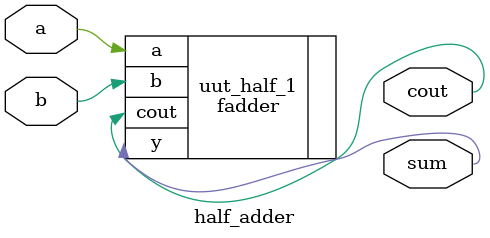
<source format=v>
module half_adder( 
input a, b,
output cout, sum ); // 
// Create instances of modules for each input and output
// Make connections between modules 
fadder uut_half_1(.a(a), .b(b), .y(sum), .cout(cout));
endmodule

</source>
